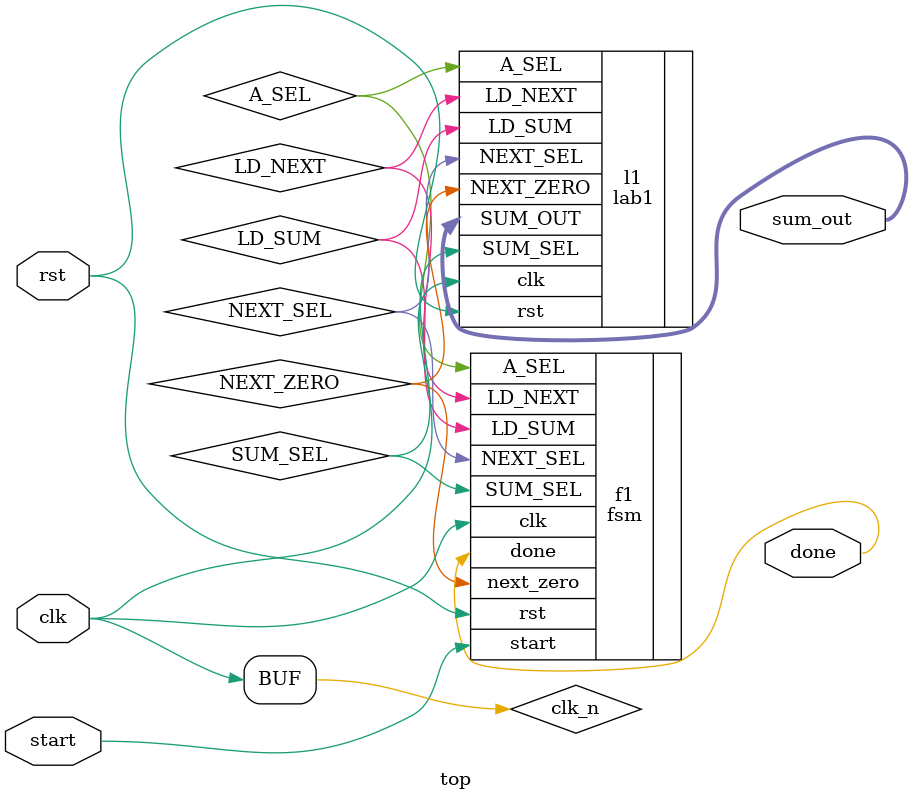
<source format=v>
`timescale 1ns / 1ps


module top(clk, start, rst, done, sum_out);
    input clk, start, rst;
    output done;
    output [31:0] sum_out;
    
//    input clk, rst;
//    input LD_SUM, LD_NEXT, SUM_SEL, A_SEL, NEXT_SEL;
//    output NEXT_ZERO;
    wire LD_SUM, LD_NEXT, SUM_SEL, A_SEL, NEXT_SEL, NEXT_ZERO,clk_n;
//    divider d1(.clk(clk), .clk_N(clk_n));
    assign clk_n = clk;
    lab1 #(.WIDTH(32), .ADDR_WIDTH(8)) l1(.clk(clk_n), .rst(rst), .LD_SUM(LD_SUM), .LD_NEXT(LD_NEXT), .SUM_SEL(SUM_SEL), .A_SEL(A_SEL), .NEXT_SEL(NEXT_SEL), .NEXT_ZERO(NEXT_ZERO), .SUM_OUT(sum_out));
    
//    input clk, rst, start, next_zero;
//    output reg LD_SUM, LD_NEXT, SUM_SEL, NEXT_SEL, A_SEL, done;
    fsm f1 (.clk(clk_n), .rst(rst), .start(start), .next_zero(NEXT_ZERO), .LD_SUM(LD_SUM), .LD_NEXT(LD_NEXT), .SUM_SEL(SUM_SEL), .NEXT_SEL(NEXT_SEL), .A_SEL(A_SEL), .done(done));
endmodule

</source>
